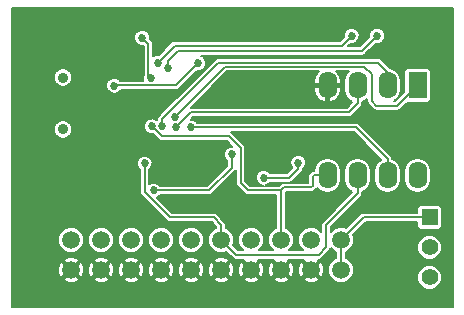
<source format=gbl>
G04 (created by PCBNEW (2013-07-07 BZR 4022)-stable) date 7/16/2015 11:13:14 AM*
%MOIN*%
G04 Gerber Fmt 3.4, Leading zero omitted, Abs format*
%FSLAX34Y34*%
G01*
G70*
G90*
G04 APERTURE LIST*
%ADD10C,0.00590551*%
%ADD11C,0.0354*%
%ADD12C,0.0593*%
%ADD13R,0.055X0.055*%
%ADD14C,0.055*%
%ADD15R,0.062X0.09*%
%ADD16O,0.062X0.09*%
%ADD17C,0.027*%
%ADD18C,0.006*%
G04 APERTURE END LIST*
G54D10*
G54D11*
X85985Y-65334D03*
X85985Y-67066D03*
G54D12*
X95250Y-70750D03*
X95250Y-71750D03*
X94250Y-70750D03*
X94250Y-71750D03*
X93250Y-70750D03*
X93250Y-71750D03*
X92250Y-70750D03*
X92250Y-71750D03*
X91250Y-70750D03*
X91250Y-71750D03*
X90250Y-70750D03*
X90250Y-71750D03*
X89250Y-70750D03*
X89250Y-71750D03*
X88250Y-70750D03*
X88250Y-71750D03*
X87250Y-70750D03*
X87250Y-71750D03*
X86250Y-70750D03*
X86250Y-71750D03*
G54D13*
X98200Y-70000D03*
G54D14*
X98200Y-71000D03*
X98200Y-72000D03*
G54D15*
X97800Y-65600D03*
G54D16*
X96800Y-65600D03*
X95800Y-65600D03*
X94800Y-65600D03*
X94800Y-68600D03*
X95800Y-68600D03*
X96800Y-68600D03*
X97800Y-68600D03*
G54D17*
X92675Y-68675D03*
X93825Y-68175D03*
X88620Y-64010D03*
X88910Y-65365D03*
X90495Y-64855D03*
X87685Y-65605D03*
X89720Y-66640D03*
X90250Y-67000D03*
X89750Y-67000D03*
X89280Y-66960D03*
X88940Y-66960D03*
X89000Y-69100D03*
X91600Y-67900D03*
X88700Y-68200D03*
X89750Y-69425D03*
X89850Y-68500D03*
X90800Y-68575D03*
X92800Y-69725D03*
X93700Y-69800D03*
X94750Y-69800D03*
X90875Y-69500D03*
X97900Y-66500D03*
X97875Y-67550D03*
X96200Y-67050D03*
X95975Y-70775D03*
X95350Y-70125D03*
X95950Y-69575D03*
X95325Y-69175D03*
X95250Y-67775D03*
X94200Y-67950D03*
X93950Y-68725D03*
X93525Y-67900D03*
X92400Y-67775D03*
X98750Y-67050D03*
X97200Y-70325D03*
X97150Y-69625D03*
X98575Y-69175D03*
X98750Y-68125D03*
X97775Y-70550D03*
X98750Y-70500D03*
X98700Y-71500D03*
X97625Y-71425D03*
X97075Y-72325D03*
X95800Y-72450D03*
X87000Y-67250D03*
X87950Y-66700D03*
X96200Y-64600D03*
X93250Y-63200D03*
X94550Y-63200D03*
X96050Y-63400D03*
X97000Y-63200D03*
X90616Y-63168D03*
X88088Y-63994D03*
X89244Y-63540D03*
X85324Y-63532D03*
X86550Y-69720D03*
X85040Y-69660D03*
X88066Y-68440D03*
X88106Y-69358D03*
X87820Y-69960D03*
X88940Y-69750D03*
X88730Y-70500D03*
X97070Y-67950D03*
X96978Y-67102D03*
X98704Y-65214D03*
X97950Y-64730D03*
X96920Y-64760D03*
X96130Y-66380D03*
X92750Y-66752D03*
X90784Y-66752D03*
X88886Y-66612D03*
X86990Y-65140D03*
X85950Y-67880D03*
X85940Y-64460D03*
X84796Y-67170D03*
X84780Y-65296D03*
X90588Y-66214D03*
X91092Y-65884D03*
X89550Y-66020D03*
X88850Y-66020D03*
X94975Y-66765D03*
X94295Y-66760D03*
X92785Y-65800D03*
X96450Y-63950D03*
X89475Y-65020D03*
X95600Y-63950D03*
X89145Y-64840D03*
G54D18*
X93825Y-68375D02*
X93825Y-68175D01*
X93525Y-68675D02*
X93825Y-68375D01*
X92675Y-68675D02*
X93525Y-68675D01*
X88620Y-64010D02*
X88830Y-64220D01*
X88830Y-64220D02*
X88830Y-65285D01*
X88830Y-65285D02*
X88910Y-65365D01*
X89750Y-65600D02*
X90495Y-64855D01*
X87690Y-65600D02*
X89750Y-65600D01*
X87685Y-65605D02*
X87690Y-65600D01*
X97120Y-66280D02*
X97800Y-65600D01*
X96430Y-66280D02*
X97120Y-66280D01*
X96280Y-66130D02*
X96430Y-66280D01*
X96280Y-65220D02*
X96280Y-66130D01*
X96030Y-64970D02*
X96280Y-65220D01*
X91390Y-64970D02*
X96030Y-64970D01*
X89720Y-66640D02*
X91390Y-64970D01*
X96800Y-68050D02*
X96800Y-68600D01*
X95750Y-67000D02*
X96800Y-68050D01*
X90250Y-67000D02*
X95750Y-67000D01*
X94750Y-66500D02*
X95500Y-66500D01*
X95800Y-66200D02*
X95800Y-65600D01*
X95500Y-66500D02*
X95800Y-66200D01*
X90250Y-66500D02*
X94750Y-66500D01*
X89750Y-67000D02*
X90250Y-66500D01*
X96465Y-64835D02*
X91165Y-64835D01*
X91165Y-64835D02*
X91150Y-64850D01*
X89280Y-66960D02*
X89280Y-66720D01*
X89280Y-66720D02*
X89400Y-66600D01*
X96800Y-65170D02*
X96800Y-65600D01*
X96465Y-64835D02*
X96800Y-65170D01*
X89400Y-66600D02*
X89500Y-66500D01*
X91150Y-64850D02*
X89500Y-66500D01*
X94800Y-68600D02*
X94350Y-68600D01*
X93350Y-69000D02*
X93250Y-69100D01*
X94250Y-69000D02*
X93350Y-69000D01*
X94300Y-68950D02*
X94250Y-69000D01*
X94300Y-68650D02*
X94300Y-68950D01*
X94350Y-68600D02*
X94300Y-68650D01*
X91900Y-67850D02*
X91900Y-68850D01*
X91900Y-68850D02*
X92150Y-69100D01*
X92150Y-69100D02*
X93250Y-69100D01*
X89280Y-67300D02*
X89380Y-67300D01*
X88940Y-66960D02*
X89280Y-67300D01*
X91900Y-67700D02*
X91500Y-67300D01*
X91500Y-67300D02*
X89380Y-67300D01*
X91900Y-67700D02*
X91900Y-67850D01*
X93250Y-70750D02*
X93250Y-69100D01*
X90400Y-69100D02*
X90840Y-69100D01*
X91600Y-68340D02*
X91600Y-67900D01*
X90840Y-69100D02*
X91600Y-68340D01*
X90400Y-69100D02*
X89000Y-69100D01*
X91250Y-70750D02*
X91750Y-71250D01*
X95800Y-69200D02*
X95800Y-68600D01*
X94750Y-70250D02*
X95800Y-69200D01*
X94750Y-71000D02*
X94750Y-70250D01*
X94500Y-71250D02*
X94750Y-71000D01*
X91750Y-71250D02*
X94500Y-71250D01*
X91250Y-70750D02*
X91250Y-70250D01*
X88700Y-69150D02*
X88700Y-68200D01*
X89550Y-70000D02*
X88700Y-69150D01*
X91000Y-70000D02*
X89550Y-70000D01*
X91250Y-70250D02*
X91000Y-70000D01*
X95250Y-71750D02*
X95250Y-70750D01*
X95250Y-70750D02*
X96000Y-70000D01*
X96000Y-70000D02*
X98200Y-70000D01*
X89825Y-69500D02*
X90875Y-69500D01*
X89750Y-69425D02*
X89825Y-69500D01*
X90725Y-68500D02*
X89850Y-68500D01*
X90800Y-68575D02*
X90725Y-68500D01*
X92575Y-69500D02*
X90875Y-69500D01*
X92800Y-69725D02*
X92575Y-69500D01*
X94750Y-69800D02*
X93700Y-69800D01*
X98177Y-66477D02*
X98750Y-67050D01*
X97922Y-66477D02*
X98177Y-66477D01*
X97900Y-66500D02*
X97922Y-66477D01*
X96700Y-67550D02*
X97875Y-67550D01*
X96200Y-67050D02*
X96700Y-67550D01*
X96425Y-70325D02*
X97200Y-70325D01*
X95975Y-70775D02*
X96425Y-70325D01*
X95400Y-70125D02*
X95350Y-70125D01*
X95950Y-69575D02*
X95400Y-70125D01*
X95325Y-67850D02*
X95325Y-69175D01*
X95250Y-67775D02*
X95325Y-67850D01*
X94200Y-68475D02*
X94200Y-67950D01*
X93950Y-68725D02*
X94200Y-68475D01*
X93450Y-67825D02*
X93525Y-67900D01*
X92450Y-67825D02*
X93450Y-67825D01*
X92400Y-67775D02*
X92450Y-67825D01*
X94250Y-71750D02*
X94275Y-71750D01*
X98750Y-68125D02*
X98750Y-67050D01*
X97150Y-69625D02*
X97275Y-69500D01*
X97275Y-69500D02*
X98250Y-69500D01*
X98250Y-69500D02*
X98575Y-69175D01*
X97550Y-70325D02*
X97200Y-70325D01*
X97775Y-70550D02*
X97550Y-70325D01*
X98750Y-71450D02*
X98750Y-70500D01*
X98700Y-71500D02*
X98750Y-71450D01*
X97625Y-71775D02*
X97625Y-71425D01*
X97075Y-72325D02*
X97625Y-71775D01*
X94975Y-72450D02*
X95800Y-72450D01*
X94275Y-71750D02*
X94975Y-72450D01*
X87400Y-67250D02*
X87000Y-67250D01*
X87950Y-66700D02*
X87400Y-67250D01*
X89550Y-66020D02*
X89780Y-66020D01*
X96150Y-64650D02*
X96200Y-64600D01*
X91150Y-64650D02*
X96150Y-64650D01*
X89780Y-66020D02*
X91150Y-64650D01*
X97950Y-64730D02*
X97950Y-63300D01*
X93218Y-63168D02*
X90616Y-63168D01*
X93250Y-63200D02*
X93218Y-63168D01*
X95850Y-63200D02*
X94550Y-63200D01*
X96050Y-63400D02*
X95850Y-63200D01*
X97850Y-63200D02*
X97000Y-63200D01*
X97950Y-63300D02*
X97850Y-63200D01*
X90244Y-63540D02*
X89244Y-63540D01*
X90616Y-63168D02*
X90244Y-63540D01*
X88096Y-63986D02*
X88096Y-63638D01*
X88088Y-63994D02*
X88096Y-63986D01*
X86990Y-64016D02*
X86990Y-65140D01*
X87368Y-63638D02*
X86990Y-64016D01*
X89146Y-63638D02*
X88096Y-63638D01*
X88096Y-63638D02*
X87368Y-63638D01*
X89244Y-63540D02*
X89146Y-63638D01*
X85940Y-64148D02*
X85940Y-64460D01*
X85324Y-63532D02*
X85940Y-64148D01*
X85100Y-69720D02*
X86550Y-69720D01*
X85040Y-69660D02*
X85100Y-69720D01*
X88066Y-68440D02*
X88036Y-68410D01*
X88036Y-68410D02*
X87712Y-68410D01*
X87712Y-68410D02*
X88106Y-68804D01*
X88106Y-68804D02*
X88106Y-69358D01*
X88780Y-71280D02*
X89250Y-71750D01*
X87820Y-69960D02*
X88030Y-69750D01*
X88030Y-69750D02*
X88940Y-69750D01*
X88730Y-70500D02*
X88780Y-70550D01*
X88780Y-70550D02*
X88780Y-71280D01*
X96130Y-66380D02*
X96256Y-66380D01*
X97920Y-67100D02*
X97980Y-67100D01*
X97070Y-67950D02*
X97920Y-67100D01*
X96256Y-66380D02*
X96978Y-67102D01*
X97980Y-67100D02*
X98704Y-66376D01*
X98704Y-66376D02*
X98704Y-65214D01*
X94975Y-66765D02*
X95745Y-66765D01*
X96950Y-64730D02*
X97950Y-64730D01*
X96920Y-64760D02*
X96950Y-64730D01*
X95745Y-66765D02*
X96130Y-66380D01*
X92722Y-66724D02*
X92750Y-66752D01*
X90812Y-66724D02*
X92722Y-66724D01*
X90784Y-66752D02*
X90812Y-66724D01*
X89550Y-66020D02*
X89550Y-66040D01*
X88978Y-66612D02*
X88886Y-66612D01*
X89550Y-66040D02*
X88978Y-66612D01*
X85940Y-64700D02*
X85940Y-64460D01*
X86380Y-65140D02*
X85940Y-64700D01*
X86990Y-65140D02*
X86380Y-65140D01*
X85690Y-67880D02*
X85950Y-67880D01*
X85580Y-67770D02*
X85690Y-67880D01*
X85580Y-64820D02*
X85580Y-67770D01*
X85940Y-64460D02*
X85580Y-64820D01*
X84796Y-65312D02*
X84796Y-67170D01*
X84780Y-65296D02*
X84796Y-65312D01*
X90762Y-66214D02*
X90588Y-66214D01*
X91092Y-65884D02*
X90762Y-66214D01*
X88850Y-66020D02*
X89550Y-66020D01*
X94300Y-66765D02*
X94975Y-66765D01*
X94295Y-66760D02*
X94300Y-66765D01*
X92785Y-65800D02*
X92985Y-65600D01*
X92985Y-65600D02*
X94800Y-65600D01*
X94800Y-64450D02*
X95950Y-64450D01*
X95950Y-64450D02*
X96450Y-63950D01*
X89475Y-65020D02*
X89475Y-64775D01*
X89475Y-64775D02*
X89800Y-64450D01*
X89800Y-64450D02*
X94800Y-64450D01*
X94900Y-64275D02*
X95275Y-64275D01*
X95275Y-64275D02*
X95600Y-63950D01*
X94900Y-64275D02*
X89710Y-64275D01*
X89710Y-64275D02*
X89145Y-64840D01*
G54D10*
G36*
X93090Y-70354D02*
X93008Y-70388D01*
X92888Y-70508D01*
X92823Y-70664D01*
X92823Y-70834D01*
X92888Y-70991D01*
X92986Y-71090D01*
X92513Y-71090D01*
X92611Y-70991D01*
X92676Y-70835D01*
X92676Y-70665D01*
X92611Y-70508D01*
X92491Y-70388D01*
X92335Y-70323D01*
X92165Y-70323D01*
X92008Y-70388D01*
X91888Y-70508D01*
X91823Y-70664D01*
X91823Y-70834D01*
X91888Y-70991D01*
X91986Y-71090D01*
X91816Y-71090D01*
X91642Y-70916D01*
X91676Y-70835D01*
X91676Y-70665D01*
X91611Y-70508D01*
X91491Y-70388D01*
X91410Y-70354D01*
X91410Y-70250D01*
X91397Y-70188D01*
X91363Y-70136D01*
X91363Y-70136D01*
X91113Y-69886D01*
X91061Y-69852D01*
X91000Y-69840D01*
X89616Y-69840D01*
X89115Y-69339D01*
X89149Y-69324D01*
X89214Y-69260D01*
X90400Y-69260D01*
X90840Y-69260D01*
X90901Y-69247D01*
X90901Y-69247D01*
X90953Y-69213D01*
X91713Y-68453D01*
X91713Y-68453D01*
X91740Y-68412D01*
X91740Y-68850D01*
X91752Y-68911D01*
X91786Y-68963D01*
X92036Y-69213D01*
X92036Y-69213D01*
X92088Y-69247D01*
X92150Y-69260D01*
X93090Y-69260D01*
X93090Y-70354D01*
X93090Y-70354D01*
G37*
G54D18*
X93090Y-70354D02*
X93008Y-70388D01*
X92888Y-70508D01*
X92823Y-70664D01*
X92823Y-70834D01*
X92888Y-70991D01*
X92986Y-71090D01*
X92513Y-71090D01*
X92611Y-70991D01*
X92676Y-70835D01*
X92676Y-70665D01*
X92611Y-70508D01*
X92491Y-70388D01*
X92335Y-70323D01*
X92165Y-70323D01*
X92008Y-70388D01*
X91888Y-70508D01*
X91823Y-70664D01*
X91823Y-70834D01*
X91888Y-70991D01*
X91986Y-71090D01*
X91816Y-71090D01*
X91642Y-70916D01*
X91676Y-70835D01*
X91676Y-70665D01*
X91611Y-70508D01*
X91491Y-70388D01*
X91410Y-70354D01*
X91410Y-70250D01*
X91397Y-70188D01*
X91363Y-70136D01*
X91363Y-70136D01*
X91113Y-69886D01*
X91061Y-69852D01*
X91000Y-69840D01*
X89616Y-69840D01*
X89115Y-69339D01*
X89149Y-69324D01*
X89214Y-69260D01*
X90400Y-69260D01*
X90840Y-69260D01*
X90901Y-69247D01*
X90901Y-69247D01*
X90953Y-69213D01*
X91713Y-68453D01*
X91713Y-68453D01*
X91740Y-68412D01*
X91740Y-68850D01*
X91752Y-68911D01*
X91786Y-68963D01*
X92036Y-69213D01*
X92036Y-69213D01*
X92088Y-69247D01*
X92150Y-69260D01*
X93090Y-69260D01*
X93090Y-70354D01*
G54D10*
G36*
X95622Y-66151D02*
X95433Y-66340D01*
X95240Y-66340D01*
X95240Y-65785D01*
X95240Y-65645D01*
X94845Y-65645D01*
X94845Y-66145D01*
X94912Y-66165D01*
X94926Y-66163D01*
X95079Y-66082D01*
X95189Y-65949D01*
X95240Y-65785D01*
X95240Y-66340D01*
X94755Y-66340D01*
X94755Y-66145D01*
X94755Y-65645D01*
X94360Y-65645D01*
X94360Y-65785D01*
X94410Y-65949D01*
X94520Y-66082D01*
X94673Y-66163D01*
X94687Y-66165D01*
X94755Y-66145D01*
X94755Y-66340D01*
X94750Y-66340D01*
X90250Y-66340D01*
X90245Y-66340D01*
X91456Y-65130D01*
X94509Y-65130D01*
X94410Y-65250D01*
X94360Y-65415D01*
X94360Y-65555D01*
X94755Y-65555D01*
X94755Y-65547D01*
X94845Y-65547D01*
X94845Y-65555D01*
X95240Y-65555D01*
X95240Y-65415D01*
X95189Y-65250D01*
X95090Y-65130D01*
X95500Y-65130D01*
X95488Y-65137D01*
X95393Y-65280D01*
X95360Y-65448D01*
X95360Y-65751D01*
X95393Y-65919D01*
X95488Y-66062D01*
X95622Y-66151D01*
X95622Y-66151D01*
G37*
G54D18*
X95622Y-66151D02*
X95433Y-66340D01*
X95240Y-66340D01*
X95240Y-65785D01*
X95240Y-65645D01*
X94845Y-65645D01*
X94845Y-66145D01*
X94912Y-66165D01*
X94926Y-66163D01*
X95079Y-66082D01*
X95189Y-65949D01*
X95240Y-65785D01*
X95240Y-66340D01*
X94755Y-66340D01*
X94755Y-66145D01*
X94755Y-65645D01*
X94360Y-65645D01*
X94360Y-65785D01*
X94410Y-65949D01*
X94520Y-66082D01*
X94673Y-66163D01*
X94687Y-66165D01*
X94755Y-66145D01*
X94755Y-66340D01*
X94750Y-66340D01*
X90250Y-66340D01*
X90245Y-66340D01*
X91456Y-65130D01*
X94509Y-65130D01*
X94410Y-65250D01*
X94360Y-65415D01*
X94360Y-65555D01*
X94755Y-65555D01*
X94755Y-65547D01*
X94845Y-65547D01*
X94845Y-65555D01*
X95240Y-65555D01*
X95240Y-65415D01*
X95189Y-65250D01*
X95090Y-65130D01*
X95500Y-65130D01*
X95488Y-65137D01*
X95393Y-65280D01*
X95360Y-65448D01*
X95360Y-65751D01*
X95393Y-65919D01*
X95488Y-66062D01*
X95622Y-66151D01*
G54D10*
G36*
X98970Y-72970D02*
X98605Y-72970D01*
X98605Y-71919D01*
X98605Y-70919D01*
X98605Y-70919D01*
X98605Y-70249D01*
X98605Y-69699D01*
X98585Y-69651D01*
X98548Y-69614D01*
X98500Y-69595D01*
X98449Y-69594D01*
X98240Y-69594D01*
X98240Y-68751D01*
X98240Y-68448D01*
X98206Y-68280D01*
X98111Y-68137D01*
X97968Y-68042D01*
X97800Y-68008D01*
X97631Y-68042D01*
X97488Y-68137D01*
X97393Y-68280D01*
X97360Y-68448D01*
X97360Y-68751D01*
X97393Y-68919D01*
X97488Y-69062D01*
X97631Y-69157D01*
X97800Y-69191D01*
X97968Y-69157D01*
X98111Y-69062D01*
X98206Y-68919D01*
X98240Y-68751D01*
X98240Y-69594D01*
X97899Y-69594D01*
X97851Y-69614D01*
X97814Y-69651D01*
X97795Y-69699D01*
X97794Y-69750D01*
X97794Y-69840D01*
X96000Y-69840D01*
X95938Y-69852D01*
X95886Y-69886D01*
X95416Y-70357D01*
X95335Y-70323D01*
X95165Y-70323D01*
X95008Y-70388D01*
X94910Y-70486D01*
X94910Y-70316D01*
X95913Y-69313D01*
X95913Y-69313D01*
X95947Y-69261D01*
X95959Y-69200D01*
X95960Y-69200D01*
X95960Y-69159D01*
X95968Y-69157D01*
X96111Y-69062D01*
X96206Y-68919D01*
X96240Y-68751D01*
X96240Y-68448D01*
X96206Y-68280D01*
X96111Y-68137D01*
X95968Y-68042D01*
X95800Y-68008D01*
X95631Y-68042D01*
X95488Y-68137D01*
X95393Y-68280D01*
X95360Y-68448D01*
X95360Y-68751D01*
X95393Y-68919D01*
X95488Y-69062D01*
X95622Y-69151D01*
X94636Y-70136D01*
X94602Y-70188D01*
X94590Y-70250D01*
X94590Y-70486D01*
X94491Y-70388D01*
X94335Y-70323D01*
X94165Y-70323D01*
X94008Y-70388D01*
X93888Y-70508D01*
X93823Y-70664D01*
X93823Y-70834D01*
X93888Y-70991D01*
X93986Y-71090D01*
X93513Y-71090D01*
X93611Y-70991D01*
X93676Y-70835D01*
X93676Y-70665D01*
X93611Y-70508D01*
X93491Y-70388D01*
X93410Y-70354D01*
X93410Y-69166D01*
X93416Y-69160D01*
X94250Y-69160D01*
X94311Y-69147D01*
X94311Y-69147D01*
X94363Y-69113D01*
X94413Y-69063D01*
X94447Y-69011D01*
X94449Y-69003D01*
X94488Y-69062D01*
X94631Y-69157D01*
X94800Y-69191D01*
X94968Y-69157D01*
X95111Y-69062D01*
X95206Y-68919D01*
X95240Y-68751D01*
X95240Y-68448D01*
X95206Y-68280D01*
X95111Y-68137D01*
X94968Y-68042D01*
X94800Y-68008D01*
X94631Y-68042D01*
X94488Y-68137D01*
X94393Y-68280D01*
X94361Y-68440D01*
X94350Y-68440D01*
X94288Y-68452D01*
X94236Y-68486D01*
X94186Y-68536D01*
X94152Y-68588D01*
X94140Y-68650D01*
X94140Y-68840D01*
X93350Y-68840D01*
X93288Y-68852D01*
X93236Y-68886D01*
X93183Y-68940D01*
X92727Y-68940D01*
X92824Y-68899D01*
X92889Y-68835D01*
X93525Y-68835D01*
X93586Y-68822D01*
X93586Y-68822D01*
X93638Y-68788D01*
X93938Y-68488D01*
X93938Y-68488D01*
X93972Y-68436D01*
X93981Y-68393D01*
X93981Y-68393D01*
X94049Y-68325D01*
X94089Y-68227D01*
X94090Y-68122D01*
X94049Y-68025D01*
X93975Y-67950D01*
X93877Y-67910D01*
X93772Y-67909D01*
X93675Y-67950D01*
X93600Y-68024D01*
X93560Y-68122D01*
X93559Y-68227D01*
X93600Y-68324D01*
X93624Y-68349D01*
X93458Y-68515D01*
X92889Y-68515D01*
X92825Y-68450D01*
X92727Y-68410D01*
X92622Y-68409D01*
X92525Y-68450D01*
X92450Y-68524D01*
X92410Y-68622D01*
X92409Y-68727D01*
X92450Y-68824D01*
X92524Y-68899D01*
X92622Y-68939D01*
X92674Y-68940D01*
X92216Y-68940D01*
X92060Y-68783D01*
X92060Y-67850D01*
X92060Y-67700D01*
X92059Y-67699D01*
X92047Y-67638D01*
X92013Y-67586D01*
X92013Y-67586D01*
X91613Y-67186D01*
X91572Y-67160D01*
X95683Y-67160D01*
X96592Y-68068D01*
X96488Y-68137D01*
X96393Y-68280D01*
X96360Y-68448D01*
X96360Y-68751D01*
X96393Y-68919D01*
X96488Y-69062D01*
X96631Y-69157D01*
X96800Y-69191D01*
X96968Y-69157D01*
X97111Y-69062D01*
X97206Y-68919D01*
X97240Y-68751D01*
X97240Y-68448D01*
X97206Y-68280D01*
X97111Y-68137D01*
X96968Y-68042D01*
X96958Y-68040D01*
X96947Y-67988D01*
X96913Y-67936D01*
X96913Y-67936D01*
X95863Y-66886D01*
X95811Y-66852D01*
X95750Y-66840D01*
X90464Y-66840D01*
X90400Y-66775D01*
X90302Y-66735D01*
X90241Y-66734D01*
X90316Y-66660D01*
X94750Y-66660D01*
X95500Y-66660D01*
X95561Y-66647D01*
X95561Y-66647D01*
X95613Y-66613D01*
X95913Y-66313D01*
X95913Y-66313D01*
X95947Y-66261D01*
X95959Y-66200D01*
X95960Y-66200D01*
X95960Y-66159D01*
X95968Y-66157D01*
X96111Y-66062D01*
X96120Y-66049D01*
X96120Y-66130D01*
X96132Y-66191D01*
X96166Y-66243D01*
X96316Y-66393D01*
X96368Y-66427D01*
X96430Y-66440D01*
X97120Y-66440D01*
X97181Y-66427D01*
X97181Y-66427D01*
X97233Y-66393D01*
X97451Y-66174D01*
X97464Y-66179D01*
X97515Y-66180D01*
X98135Y-66180D01*
X98183Y-66160D01*
X98220Y-66123D01*
X98239Y-66075D01*
X98240Y-66024D01*
X98240Y-65124D01*
X98220Y-65076D01*
X98183Y-65039D01*
X98135Y-65020D01*
X98084Y-65019D01*
X97464Y-65019D01*
X97416Y-65039D01*
X97379Y-65076D01*
X97360Y-65124D01*
X97359Y-65175D01*
X97359Y-65813D01*
X97053Y-66120D01*
X97025Y-66120D01*
X97111Y-66062D01*
X97206Y-65919D01*
X97240Y-65751D01*
X97240Y-65448D01*
X97206Y-65280D01*
X97111Y-65137D01*
X96968Y-65042D01*
X96881Y-65024D01*
X96715Y-64858D01*
X96715Y-63897D01*
X96674Y-63800D01*
X96600Y-63725D01*
X96502Y-63685D01*
X96397Y-63684D01*
X96300Y-63725D01*
X96225Y-63799D01*
X96185Y-63897D01*
X96184Y-63988D01*
X95883Y-64290D01*
X95486Y-64290D01*
X95561Y-64214D01*
X95652Y-64215D01*
X95749Y-64174D01*
X95824Y-64100D01*
X95864Y-64002D01*
X95865Y-63897D01*
X95824Y-63800D01*
X95750Y-63725D01*
X95652Y-63685D01*
X95547Y-63684D01*
X95450Y-63725D01*
X95375Y-63799D01*
X95335Y-63897D01*
X95334Y-63988D01*
X95208Y-64115D01*
X94900Y-64115D01*
X89710Y-64115D01*
X89648Y-64127D01*
X89596Y-64161D01*
X89183Y-64575D01*
X89092Y-64574D01*
X88995Y-64615D01*
X88990Y-64620D01*
X88990Y-64220D01*
X88977Y-64158D01*
X88943Y-64106D01*
X88943Y-64106D01*
X88884Y-64048D01*
X88885Y-63957D01*
X88844Y-63860D01*
X88770Y-63785D01*
X88672Y-63745D01*
X88567Y-63744D01*
X88470Y-63785D01*
X88395Y-63859D01*
X88355Y-63957D01*
X88354Y-64062D01*
X88395Y-64159D01*
X88469Y-64234D01*
X88567Y-64274D01*
X88658Y-64275D01*
X88670Y-64286D01*
X88670Y-65251D01*
X88645Y-65312D01*
X88644Y-65417D01*
X88654Y-65440D01*
X87894Y-65440D01*
X87835Y-65380D01*
X87737Y-65340D01*
X87632Y-65339D01*
X87535Y-65380D01*
X87460Y-65454D01*
X87420Y-65552D01*
X87419Y-65657D01*
X87460Y-65754D01*
X87534Y-65829D01*
X87632Y-65869D01*
X87737Y-65870D01*
X87834Y-65829D01*
X87904Y-65760D01*
X89750Y-65760D01*
X89811Y-65747D01*
X89811Y-65747D01*
X89863Y-65713D01*
X90456Y-65119D01*
X90547Y-65120D01*
X90644Y-65079D01*
X90719Y-65005D01*
X90759Y-64907D01*
X90760Y-64802D01*
X90719Y-64705D01*
X90645Y-64630D01*
X90595Y-64610D01*
X94800Y-64610D01*
X95950Y-64610D01*
X96011Y-64597D01*
X96011Y-64597D01*
X96063Y-64563D01*
X96411Y-64214D01*
X96502Y-64215D01*
X96599Y-64174D01*
X96674Y-64100D01*
X96714Y-64002D01*
X96715Y-63897D01*
X96715Y-64858D01*
X96578Y-64721D01*
X96526Y-64687D01*
X96465Y-64675D01*
X91165Y-64675D01*
X91103Y-64687D01*
X91051Y-64721D01*
X91036Y-64736D01*
X89386Y-66386D01*
X89286Y-66486D01*
X89166Y-66606D01*
X89132Y-66658D01*
X89120Y-66720D01*
X89120Y-66745D01*
X89110Y-66755D01*
X89090Y-66735D01*
X88992Y-66695D01*
X88887Y-66694D01*
X88790Y-66735D01*
X88715Y-66809D01*
X88675Y-66907D01*
X88674Y-67012D01*
X88715Y-67109D01*
X88789Y-67184D01*
X88887Y-67224D01*
X88978Y-67225D01*
X89166Y-67413D01*
X89166Y-67413D01*
X89218Y-67447D01*
X89279Y-67459D01*
X89280Y-67460D01*
X89380Y-67460D01*
X91433Y-67460D01*
X91608Y-67635D01*
X91547Y-67634D01*
X91450Y-67675D01*
X91375Y-67749D01*
X91335Y-67847D01*
X91334Y-67952D01*
X91375Y-68049D01*
X91440Y-68114D01*
X91440Y-68273D01*
X90773Y-68940D01*
X90400Y-68940D01*
X89214Y-68940D01*
X89150Y-68875D01*
X89052Y-68835D01*
X88947Y-68834D01*
X88860Y-68871D01*
X88860Y-68414D01*
X88924Y-68350D01*
X88964Y-68252D01*
X88965Y-68147D01*
X88924Y-68050D01*
X88850Y-67975D01*
X88752Y-67935D01*
X88647Y-67934D01*
X88550Y-67975D01*
X88475Y-68049D01*
X88435Y-68147D01*
X88434Y-68252D01*
X88475Y-68349D01*
X88540Y-68414D01*
X88540Y-69150D01*
X88552Y-69211D01*
X88586Y-69263D01*
X89436Y-70113D01*
X89488Y-70147D01*
X89550Y-70160D01*
X90933Y-70160D01*
X91090Y-70316D01*
X91090Y-70354D01*
X91008Y-70388D01*
X90888Y-70508D01*
X90823Y-70664D01*
X90823Y-70834D01*
X90888Y-70991D01*
X91008Y-71111D01*
X91164Y-71176D01*
X91334Y-71176D01*
X91416Y-71142D01*
X91636Y-71363D01*
X91688Y-71397D01*
X91750Y-71410D01*
X92012Y-71410D01*
X91999Y-71435D01*
X92250Y-71686D01*
X92500Y-71435D01*
X92487Y-71410D01*
X93012Y-71410D01*
X92999Y-71435D01*
X93250Y-71686D01*
X93500Y-71435D01*
X93487Y-71410D01*
X94012Y-71410D01*
X93999Y-71435D01*
X94250Y-71686D01*
X94500Y-71435D01*
X94487Y-71410D01*
X94500Y-71410D01*
X94561Y-71397D01*
X94561Y-71397D01*
X94613Y-71363D01*
X94863Y-71113D01*
X94863Y-71113D01*
X94897Y-71061D01*
X94907Y-71010D01*
X95008Y-71111D01*
X95090Y-71145D01*
X95090Y-71354D01*
X95008Y-71388D01*
X94888Y-71508D01*
X94823Y-71664D01*
X94823Y-71834D01*
X94888Y-71991D01*
X95008Y-72111D01*
X95164Y-72176D01*
X95334Y-72176D01*
X95491Y-72111D01*
X95611Y-71991D01*
X95676Y-71835D01*
X95676Y-71665D01*
X95611Y-71508D01*
X95491Y-71388D01*
X95410Y-71354D01*
X95410Y-71145D01*
X95491Y-71111D01*
X95611Y-70991D01*
X95676Y-70835D01*
X95676Y-70665D01*
X95642Y-70583D01*
X96066Y-70160D01*
X97794Y-70160D01*
X97794Y-70300D01*
X97814Y-70348D01*
X97851Y-70385D01*
X97899Y-70404D01*
X97950Y-70405D01*
X98500Y-70405D01*
X98548Y-70385D01*
X98585Y-70348D01*
X98604Y-70300D01*
X98605Y-70249D01*
X98605Y-70919D01*
X98543Y-70770D01*
X98429Y-70656D01*
X98280Y-70595D01*
X98119Y-70594D01*
X97970Y-70656D01*
X97856Y-70770D01*
X97795Y-70919D01*
X97794Y-71080D01*
X97856Y-71229D01*
X97970Y-71343D01*
X98119Y-71404D01*
X98280Y-71405D01*
X98429Y-71343D01*
X98543Y-71229D01*
X98604Y-71080D01*
X98605Y-70919D01*
X98605Y-71919D01*
X98543Y-71770D01*
X98429Y-71656D01*
X98280Y-71595D01*
X98119Y-71594D01*
X97970Y-71656D01*
X97856Y-71770D01*
X97795Y-71919D01*
X97794Y-72080D01*
X97856Y-72229D01*
X97970Y-72343D01*
X98119Y-72404D01*
X98280Y-72405D01*
X98429Y-72343D01*
X98543Y-72229D01*
X98604Y-72080D01*
X98605Y-71919D01*
X98605Y-72970D01*
X94681Y-72970D01*
X94681Y-71807D01*
X94670Y-71637D01*
X94626Y-71532D01*
X94564Y-71499D01*
X94313Y-71750D01*
X94564Y-72000D01*
X94626Y-71967D01*
X94681Y-71807D01*
X94681Y-72970D01*
X94500Y-72970D01*
X94500Y-72064D01*
X94250Y-71813D01*
X94186Y-71877D01*
X94186Y-71750D01*
X93935Y-71499D01*
X93873Y-71532D01*
X93818Y-71692D01*
X93829Y-71862D01*
X93873Y-71967D01*
X93935Y-72000D01*
X94186Y-71750D01*
X94186Y-71877D01*
X93999Y-72064D01*
X94032Y-72126D01*
X94192Y-72181D01*
X94362Y-72170D01*
X94467Y-72126D01*
X94500Y-72064D01*
X94500Y-72970D01*
X93681Y-72970D01*
X93681Y-71807D01*
X93670Y-71637D01*
X93626Y-71532D01*
X93564Y-71499D01*
X93313Y-71750D01*
X93564Y-72000D01*
X93626Y-71967D01*
X93681Y-71807D01*
X93681Y-72970D01*
X93500Y-72970D01*
X93500Y-72064D01*
X93250Y-71813D01*
X93186Y-71877D01*
X93186Y-71750D01*
X92935Y-71499D01*
X92873Y-71532D01*
X92818Y-71692D01*
X92829Y-71862D01*
X92873Y-71967D01*
X92935Y-72000D01*
X93186Y-71750D01*
X93186Y-71877D01*
X92999Y-72064D01*
X93032Y-72126D01*
X93192Y-72181D01*
X93362Y-72170D01*
X93467Y-72126D01*
X93500Y-72064D01*
X93500Y-72970D01*
X92681Y-72970D01*
X92681Y-71807D01*
X92670Y-71637D01*
X92626Y-71532D01*
X92564Y-71499D01*
X92313Y-71750D01*
X92564Y-72000D01*
X92626Y-71967D01*
X92681Y-71807D01*
X92681Y-72970D01*
X92500Y-72970D01*
X92500Y-72064D01*
X92250Y-71813D01*
X92186Y-71877D01*
X92186Y-71750D01*
X91935Y-71499D01*
X91873Y-71532D01*
X91818Y-71692D01*
X91829Y-71862D01*
X91873Y-71967D01*
X91935Y-72000D01*
X92186Y-71750D01*
X92186Y-71877D01*
X91999Y-72064D01*
X92032Y-72126D01*
X92192Y-72181D01*
X92362Y-72170D01*
X92467Y-72126D01*
X92500Y-72064D01*
X92500Y-72970D01*
X91681Y-72970D01*
X91681Y-71807D01*
X91670Y-71637D01*
X91626Y-71532D01*
X91564Y-71499D01*
X91500Y-71562D01*
X91500Y-71435D01*
X91467Y-71373D01*
X91307Y-71318D01*
X91137Y-71329D01*
X91032Y-71373D01*
X90999Y-71435D01*
X91250Y-71686D01*
X91500Y-71435D01*
X91500Y-71562D01*
X91313Y-71750D01*
X91564Y-72000D01*
X91626Y-71967D01*
X91681Y-71807D01*
X91681Y-72970D01*
X91500Y-72970D01*
X91500Y-72064D01*
X91250Y-71813D01*
X91186Y-71877D01*
X91186Y-71750D01*
X90935Y-71499D01*
X90873Y-71532D01*
X90818Y-71692D01*
X90829Y-71862D01*
X90873Y-71967D01*
X90935Y-72000D01*
X91186Y-71750D01*
X91186Y-71877D01*
X90999Y-72064D01*
X91032Y-72126D01*
X91192Y-72181D01*
X91362Y-72170D01*
X91467Y-72126D01*
X91500Y-72064D01*
X91500Y-72970D01*
X90681Y-72970D01*
X90681Y-71807D01*
X90676Y-71737D01*
X90676Y-70665D01*
X90611Y-70508D01*
X90491Y-70388D01*
X90335Y-70323D01*
X90165Y-70323D01*
X90008Y-70388D01*
X89888Y-70508D01*
X89823Y-70664D01*
X89823Y-70834D01*
X89888Y-70991D01*
X90008Y-71111D01*
X90164Y-71176D01*
X90334Y-71176D01*
X90491Y-71111D01*
X90611Y-70991D01*
X90676Y-70835D01*
X90676Y-70665D01*
X90676Y-71737D01*
X90670Y-71637D01*
X90626Y-71532D01*
X90564Y-71499D01*
X90500Y-71562D01*
X90500Y-71435D01*
X90467Y-71373D01*
X90307Y-71318D01*
X90137Y-71329D01*
X90032Y-71373D01*
X89999Y-71435D01*
X90250Y-71686D01*
X90500Y-71435D01*
X90500Y-71562D01*
X90313Y-71750D01*
X90564Y-72000D01*
X90626Y-71967D01*
X90681Y-71807D01*
X90681Y-72970D01*
X90500Y-72970D01*
X90500Y-72064D01*
X90250Y-71813D01*
X90186Y-71877D01*
X90186Y-71750D01*
X89935Y-71499D01*
X89873Y-71532D01*
X89818Y-71692D01*
X89829Y-71862D01*
X89873Y-71967D01*
X89935Y-72000D01*
X90186Y-71750D01*
X90186Y-71877D01*
X89999Y-72064D01*
X90032Y-72126D01*
X90192Y-72181D01*
X90362Y-72170D01*
X90467Y-72126D01*
X90500Y-72064D01*
X90500Y-72970D01*
X89681Y-72970D01*
X89681Y-71807D01*
X89676Y-71737D01*
X89676Y-70665D01*
X89611Y-70508D01*
X89491Y-70388D01*
X89335Y-70323D01*
X89165Y-70323D01*
X89008Y-70388D01*
X88888Y-70508D01*
X88823Y-70664D01*
X88823Y-70834D01*
X88888Y-70991D01*
X89008Y-71111D01*
X89164Y-71176D01*
X89334Y-71176D01*
X89491Y-71111D01*
X89611Y-70991D01*
X89676Y-70835D01*
X89676Y-70665D01*
X89676Y-71737D01*
X89670Y-71637D01*
X89626Y-71532D01*
X89564Y-71499D01*
X89500Y-71562D01*
X89500Y-71435D01*
X89467Y-71373D01*
X89307Y-71318D01*
X89137Y-71329D01*
X89032Y-71373D01*
X88999Y-71435D01*
X89250Y-71686D01*
X89500Y-71435D01*
X89500Y-71562D01*
X89313Y-71750D01*
X89564Y-72000D01*
X89626Y-71967D01*
X89681Y-71807D01*
X89681Y-72970D01*
X89500Y-72970D01*
X89500Y-72064D01*
X89250Y-71813D01*
X89186Y-71877D01*
X89186Y-71750D01*
X88935Y-71499D01*
X88873Y-71532D01*
X88818Y-71692D01*
X88829Y-71862D01*
X88873Y-71967D01*
X88935Y-72000D01*
X89186Y-71750D01*
X89186Y-71877D01*
X88999Y-72064D01*
X89032Y-72126D01*
X89192Y-72181D01*
X89362Y-72170D01*
X89467Y-72126D01*
X89500Y-72064D01*
X89500Y-72970D01*
X88681Y-72970D01*
X88681Y-71807D01*
X88676Y-71737D01*
X88676Y-70665D01*
X88611Y-70508D01*
X88491Y-70388D01*
X88335Y-70323D01*
X88165Y-70323D01*
X88008Y-70388D01*
X87888Y-70508D01*
X87823Y-70664D01*
X87823Y-70834D01*
X87888Y-70991D01*
X88008Y-71111D01*
X88164Y-71176D01*
X88334Y-71176D01*
X88491Y-71111D01*
X88611Y-70991D01*
X88676Y-70835D01*
X88676Y-70665D01*
X88676Y-71737D01*
X88670Y-71637D01*
X88626Y-71532D01*
X88564Y-71499D01*
X88500Y-71562D01*
X88500Y-71435D01*
X88467Y-71373D01*
X88307Y-71318D01*
X88137Y-71329D01*
X88032Y-71373D01*
X87999Y-71435D01*
X88250Y-71686D01*
X88500Y-71435D01*
X88500Y-71562D01*
X88313Y-71750D01*
X88564Y-72000D01*
X88626Y-71967D01*
X88681Y-71807D01*
X88681Y-72970D01*
X88500Y-72970D01*
X88500Y-72064D01*
X88250Y-71813D01*
X88186Y-71877D01*
X88186Y-71750D01*
X87935Y-71499D01*
X87873Y-71532D01*
X87818Y-71692D01*
X87829Y-71862D01*
X87873Y-71967D01*
X87935Y-72000D01*
X88186Y-71750D01*
X88186Y-71877D01*
X87999Y-72064D01*
X88032Y-72126D01*
X88192Y-72181D01*
X88362Y-72170D01*
X88467Y-72126D01*
X88500Y-72064D01*
X88500Y-72970D01*
X87681Y-72970D01*
X87681Y-71807D01*
X87676Y-71737D01*
X87676Y-70665D01*
X87611Y-70508D01*
X87491Y-70388D01*
X87335Y-70323D01*
X87165Y-70323D01*
X87008Y-70388D01*
X86888Y-70508D01*
X86823Y-70664D01*
X86823Y-70834D01*
X86888Y-70991D01*
X87008Y-71111D01*
X87164Y-71176D01*
X87334Y-71176D01*
X87491Y-71111D01*
X87611Y-70991D01*
X87676Y-70835D01*
X87676Y-70665D01*
X87676Y-71737D01*
X87670Y-71637D01*
X87626Y-71532D01*
X87564Y-71499D01*
X87500Y-71562D01*
X87500Y-71435D01*
X87467Y-71373D01*
X87307Y-71318D01*
X87137Y-71329D01*
X87032Y-71373D01*
X86999Y-71435D01*
X87250Y-71686D01*
X87500Y-71435D01*
X87500Y-71562D01*
X87313Y-71750D01*
X87564Y-72000D01*
X87626Y-71967D01*
X87681Y-71807D01*
X87681Y-72970D01*
X87500Y-72970D01*
X87500Y-72064D01*
X87250Y-71813D01*
X87186Y-71877D01*
X87186Y-71750D01*
X86935Y-71499D01*
X86873Y-71532D01*
X86818Y-71692D01*
X86829Y-71862D01*
X86873Y-71967D01*
X86935Y-72000D01*
X87186Y-71750D01*
X87186Y-71877D01*
X86999Y-72064D01*
X87032Y-72126D01*
X87192Y-72181D01*
X87362Y-72170D01*
X87467Y-72126D01*
X87500Y-72064D01*
X87500Y-72970D01*
X86681Y-72970D01*
X86681Y-71807D01*
X86676Y-71737D01*
X86676Y-70665D01*
X86611Y-70508D01*
X86491Y-70388D01*
X86335Y-70323D01*
X86292Y-70323D01*
X86292Y-67005D01*
X86292Y-65273D01*
X86245Y-65160D01*
X86159Y-65073D01*
X86046Y-65027D01*
X85924Y-65026D01*
X85811Y-65073D01*
X85724Y-65159D01*
X85678Y-65272D01*
X85677Y-65394D01*
X85724Y-65507D01*
X85810Y-65594D01*
X85923Y-65640D01*
X86045Y-65641D01*
X86158Y-65594D01*
X86245Y-65508D01*
X86291Y-65395D01*
X86292Y-65273D01*
X86292Y-67005D01*
X86245Y-66892D01*
X86159Y-66805D01*
X86046Y-66759D01*
X85924Y-66758D01*
X85811Y-66805D01*
X85724Y-66891D01*
X85678Y-67004D01*
X85677Y-67126D01*
X85724Y-67239D01*
X85810Y-67326D01*
X85923Y-67372D01*
X86045Y-67373D01*
X86158Y-67326D01*
X86245Y-67240D01*
X86291Y-67127D01*
X86292Y-67005D01*
X86292Y-70323D01*
X86165Y-70323D01*
X86008Y-70388D01*
X85888Y-70508D01*
X85823Y-70664D01*
X85823Y-70834D01*
X85888Y-70991D01*
X86008Y-71111D01*
X86164Y-71176D01*
X86334Y-71176D01*
X86491Y-71111D01*
X86611Y-70991D01*
X86676Y-70835D01*
X86676Y-70665D01*
X86676Y-71737D01*
X86670Y-71637D01*
X86626Y-71532D01*
X86564Y-71499D01*
X86500Y-71562D01*
X86500Y-71435D01*
X86467Y-71373D01*
X86307Y-71318D01*
X86137Y-71329D01*
X86032Y-71373D01*
X85999Y-71435D01*
X86250Y-71686D01*
X86500Y-71435D01*
X86500Y-71562D01*
X86313Y-71750D01*
X86564Y-72000D01*
X86626Y-71967D01*
X86681Y-71807D01*
X86681Y-72970D01*
X86500Y-72970D01*
X86500Y-72064D01*
X86250Y-71813D01*
X86186Y-71877D01*
X86186Y-71750D01*
X85935Y-71499D01*
X85873Y-71532D01*
X85818Y-71692D01*
X85829Y-71862D01*
X85873Y-71967D01*
X85935Y-72000D01*
X86186Y-71750D01*
X86186Y-71877D01*
X85999Y-72064D01*
X86032Y-72126D01*
X86192Y-72181D01*
X86362Y-72170D01*
X86467Y-72126D01*
X86500Y-72064D01*
X86500Y-72970D01*
X84280Y-72970D01*
X84280Y-63030D01*
X98970Y-63030D01*
X98970Y-72970D01*
X98970Y-72970D01*
G37*
G54D18*
X98970Y-72970D02*
X98605Y-72970D01*
X98605Y-71919D01*
X98605Y-70919D01*
X98605Y-70919D01*
X98605Y-70249D01*
X98605Y-69699D01*
X98585Y-69651D01*
X98548Y-69614D01*
X98500Y-69595D01*
X98449Y-69594D01*
X98240Y-69594D01*
X98240Y-68751D01*
X98240Y-68448D01*
X98206Y-68280D01*
X98111Y-68137D01*
X97968Y-68042D01*
X97800Y-68008D01*
X97631Y-68042D01*
X97488Y-68137D01*
X97393Y-68280D01*
X97360Y-68448D01*
X97360Y-68751D01*
X97393Y-68919D01*
X97488Y-69062D01*
X97631Y-69157D01*
X97800Y-69191D01*
X97968Y-69157D01*
X98111Y-69062D01*
X98206Y-68919D01*
X98240Y-68751D01*
X98240Y-69594D01*
X97899Y-69594D01*
X97851Y-69614D01*
X97814Y-69651D01*
X97795Y-69699D01*
X97794Y-69750D01*
X97794Y-69840D01*
X96000Y-69840D01*
X95938Y-69852D01*
X95886Y-69886D01*
X95416Y-70357D01*
X95335Y-70323D01*
X95165Y-70323D01*
X95008Y-70388D01*
X94910Y-70486D01*
X94910Y-70316D01*
X95913Y-69313D01*
X95913Y-69313D01*
X95947Y-69261D01*
X95959Y-69200D01*
X95960Y-69200D01*
X95960Y-69159D01*
X95968Y-69157D01*
X96111Y-69062D01*
X96206Y-68919D01*
X96240Y-68751D01*
X96240Y-68448D01*
X96206Y-68280D01*
X96111Y-68137D01*
X95968Y-68042D01*
X95800Y-68008D01*
X95631Y-68042D01*
X95488Y-68137D01*
X95393Y-68280D01*
X95360Y-68448D01*
X95360Y-68751D01*
X95393Y-68919D01*
X95488Y-69062D01*
X95622Y-69151D01*
X94636Y-70136D01*
X94602Y-70188D01*
X94590Y-70250D01*
X94590Y-70486D01*
X94491Y-70388D01*
X94335Y-70323D01*
X94165Y-70323D01*
X94008Y-70388D01*
X93888Y-70508D01*
X93823Y-70664D01*
X93823Y-70834D01*
X93888Y-70991D01*
X93986Y-71090D01*
X93513Y-71090D01*
X93611Y-70991D01*
X93676Y-70835D01*
X93676Y-70665D01*
X93611Y-70508D01*
X93491Y-70388D01*
X93410Y-70354D01*
X93410Y-69166D01*
X93416Y-69160D01*
X94250Y-69160D01*
X94311Y-69147D01*
X94311Y-69147D01*
X94363Y-69113D01*
X94413Y-69063D01*
X94447Y-69011D01*
X94449Y-69003D01*
X94488Y-69062D01*
X94631Y-69157D01*
X94800Y-69191D01*
X94968Y-69157D01*
X95111Y-69062D01*
X95206Y-68919D01*
X95240Y-68751D01*
X95240Y-68448D01*
X95206Y-68280D01*
X95111Y-68137D01*
X94968Y-68042D01*
X94800Y-68008D01*
X94631Y-68042D01*
X94488Y-68137D01*
X94393Y-68280D01*
X94361Y-68440D01*
X94350Y-68440D01*
X94288Y-68452D01*
X94236Y-68486D01*
X94186Y-68536D01*
X94152Y-68588D01*
X94140Y-68650D01*
X94140Y-68840D01*
X93350Y-68840D01*
X93288Y-68852D01*
X93236Y-68886D01*
X93183Y-68940D01*
X92727Y-68940D01*
X92824Y-68899D01*
X92889Y-68835D01*
X93525Y-68835D01*
X93586Y-68822D01*
X93586Y-68822D01*
X93638Y-68788D01*
X93938Y-68488D01*
X93938Y-68488D01*
X93972Y-68436D01*
X93981Y-68393D01*
X93981Y-68393D01*
X94049Y-68325D01*
X94089Y-68227D01*
X94090Y-68122D01*
X94049Y-68025D01*
X93975Y-67950D01*
X93877Y-67910D01*
X93772Y-67909D01*
X93675Y-67950D01*
X93600Y-68024D01*
X93560Y-68122D01*
X93559Y-68227D01*
X93600Y-68324D01*
X93624Y-68349D01*
X93458Y-68515D01*
X92889Y-68515D01*
X92825Y-68450D01*
X92727Y-68410D01*
X92622Y-68409D01*
X92525Y-68450D01*
X92450Y-68524D01*
X92410Y-68622D01*
X92409Y-68727D01*
X92450Y-68824D01*
X92524Y-68899D01*
X92622Y-68939D01*
X92674Y-68940D01*
X92216Y-68940D01*
X92060Y-68783D01*
X92060Y-67850D01*
X92060Y-67700D01*
X92059Y-67699D01*
X92047Y-67638D01*
X92013Y-67586D01*
X92013Y-67586D01*
X91613Y-67186D01*
X91572Y-67160D01*
X95683Y-67160D01*
X96592Y-68068D01*
X96488Y-68137D01*
X96393Y-68280D01*
X96360Y-68448D01*
X96360Y-68751D01*
X96393Y-68919D01*
X96488Y-69062D01*
X96631Y-69157D01*
X96800Y-69191D01*
X96968Y-69157D01*
X97111Y-69062D01*
X97206Y-68919D01*
X97240Y-68751D01*
X97240Y-68448D01*
X97206Y-68280D01*
X97111Y-68137D01*
X96968Y-68042D01*
X96958Y-68040D01*
X96947Y-67988D01*
X96913Y-67936D01*
X96913Y-67936D01*
X95863Y-66886D01*
X95811Y-66852D01*
X95750Y-66840D01*
X90464Y-66840D01*
X90400Y-66775D01*
X90302Y-66735D01*
X90241Y-66734D01*
X90316Y-66660D01*
X94750Y-66660D01*
X95500Y-66660D01*
X95561Y-66647D01*
X95561Y-66647D01*
X95613Y-66613D01*
X95913Y-66313D01*
X95913Y-66313D01*
X95947Y-66261D01*
X95959Y-66200D01*
X95960Y-66200D01*
X95960Y-66159D01*
X95968Y-66157D01*
X96111Y-66062D01*
X96120Y-66049D01*
X96120Y-66130D01*
X96132Y-66191D01*
X96166Y-66243D01*
X96316Y-66393D01*
X96368Y-66427D01*
X96430Y-66440D01*
X97120Y-66440D01*
X97181Y-66427D01*
X97181Y-66427D01*
X97233Y-66393D01*
X97451Y-66174D01*
X97464Y-66179D01*
X97515Y-66180D01*
X98135Y-66180D01*
X98183Y-66160D01*
X98220Y-66123D01*
X98239Y-66075D01*
X98240Y-66024D01*
X98240Y-65124D01*
X98220Y-65076D01*
X98183Y-65039D01*
X98135Y-65020D01*
X98084Y-65019D01*
X97464Y-65019D01*
X97416Y-65039D01*
X97379Y-65076D01*
X97360Y-65124D01*
X97359Y-65175D01*
X97359Y-65813D01*
X97053Y-66120D01*
X97025Y-66120D01*
X97111Y-66062D01*
X97206Y-65919D01*
X97240Y-65751D01*
X97240Y-65448D01*
X97206Y-65280D01*
X97111Y-65137D01*
X96968Y-65042D01*
X96881Y-65024D01*
X96715Y-64858D01*
X96715Y-63897D01*
X96674Y-63800D01*
X96600Y-63725D01*
X96502Y-63685D01*
X96397Y-63684D01*
X96300Y-63725D01*
X96225Y-63799D01*
X96185Y-63897D01*
X96184Y-63988D01*
X95883Y-64290D01*
X95486Y-64290D01*
X95561Y-64214D01*
X95652Y-64215D01*
X95749Y-64174D01*
X95824Y-64100D01*
X95864Y-64002D01*
X95865Y-63897D01*
X95824Y-63800D01*
X95750Y-63725D01*
X95652Y-63685D01*
X95547Y-63684D01*
X95450Y-63725D01*
X95375Y-63799D01*
X95335Y-63897D01*
X95334Y-63988D01*
X95208Y-64115D01*
X94900Y-64115D01*
X89710Y-64115D01*
X89648Y-64127D01*
X89596Y-64161D01*
X89183Y-64575D01*
X89092Y-64574D01*
X88995Y-64615D01*
X88990Y-64620D01*
X88990Y-64220D01*
X88977Y-64158D01*
X88943Y-64106D01*
X88943Y-64106D01*
X88884Y-64048D01*
X88885Y-63957D01*
X88844Y-63860D01*
X88770Y-63785D01*
X88672Y-63745D01*
X88567Y-63744D01*
X88470Y-63785D01*
X88395Y-63859D01*
X88355Y-63957D01*
X88354Y-64062D01*
X88395Y-64159D01*
X88469Y-64234D01*
X88567Y-64274D01*
X88658Y-64275D01*
X88670Y-64286D01*
X88670Y-65251D01*
X88645Y-65312D01*
X88644Y-65417D01*
X88654Y-65440D01*
X87894Y-65440D01*
X87835Y-65380D01*
X87737Y-65340D01*
X87632Y-65339D01*
X87535Y-65380D01*
X87460Y-65454D01*
X87420Y-65552D01*
X87419Y-65657D01*
X87460Y-65754D01*
X87534Y-65829D01*
X87632Y-65869D01*
X87737Y-65870D01*
X87834Y-65829D01*
X87904Y-65760D01*
X89750Y-65760D01*
X89811Y-65747D01*
X89811Y-65747D01*
X89863Y-65713D01*
X90456Y-65119D01*
X90547Y-65120D01*
X90644Y-65079D01*
X90719Y-65005D01*
X90759Y-64907D01*
X90760Y-64802D01*
X90719Y-64705D01*
X90645Y-64630D01*
X90595Y-64610D01*
X94800Y-64610D01*
X95950Y-64610D01*
X96011Y-64597D01*
X96011Y-64597D01*
X96063Y-64563D01*
X96411Y-64214D01*
X96502Y-64215D01*
X96599Y-64174D01*
X96674Y-64100D01*
X96714Y-64002D01*
X96715Y-63897D01*
X96715Y-64858D01*
X96578Y-64721D01*
X96526Y-64687D01*
X96465Y-64675D01*
X91165Y-64675D01*
X91103Y-64687D01*
X91051Y-64721D01*
X91036Y-64736D01*
X89386Y-66386D01*
X89286Y-66486D01*
X89166Y-66606D01*
X89132Y-66658D01*
X89120Y-66720D01*
X89120Y-66745D01*
X89110Y-66755D01*
X89090Y-66735D01*
X88992Y-66695D01*
X88887Y-66694D01*
X88790Y-66735D01*
X88715Y-66809D01*
X88675Y-66907D01*
X88674Y-67012D01*
X88715Y-67109D01*
X88789Y-67184D01*
X88887Y-67224D01*
X88978Y-67225D01*
X89166Y-67413D01*
X89166Y-67413D01*
X89218Y-67447D01*
X89279Y-67459D01*
X89280Y-67460D01*
X89380Y-67460D01*
X91433Y-67460D01*
X91608Y-67635D01*
X91547Y-67634D01*
X91450Y-67675D01*
X91375Y-67749D01*
X91335Y-67847D01*
X91334Y-67952D01*
X91375Y-68049D01*
X91440Y-68114D01*
X91440Y-68273D01*
X90773Y-68940D01*
X90400Y-68940D01*
X89214Y-68940D01*
X89150Y-68875D01*
X89052Y-68835D01*
X88947Y-68834D01*
X88860Y-68871D01*
X88860Y-68414D01*
X88924Y-68350D01*
X88964Y-68252D01*
X88965Y-68147D01*
X88924Y-68050D01*
X88850Y-67975D01*
X88752Y-67935D01*
X88647Y-67934D01*
X88550Y-67975D01*
X88475Y-68049D01*
X88435Y-68147D01*
X88434Y-68252D01*
X88475Y-68349D01*
X88540Y-68414D01*
X88540Y-69150D01*
X88552Y-69211D01*
X88586Y-69263D01*
X89436Y-70113D01*
X89488Y-70147D01*
X89550Y-70160D01*
X90933Y-70160D01*
X91090Y-70316D01*
X91090Y-70354D01*
X91008Y-70388D01*
X90888Y-70508D01*
X90823Y-70664D01*
X90823Y-70834D01*
X90888Y-70991D01*
X91008Y-71111D01*
X91164Y-71176D01*
X91334Y-71176D01*
X91416Y-71142D01*
X91636Y-71363D01*
X91688Y-71397D01*
X91750Y-71410D01*
X92012Y-71410D01*
X91999Y-71435D01*
X92250Y-71686D01*
X92500Y-71435D01*
X92487Y-71410D01*
X93012Y-71410D01*
X92999Y-71435D01*
X93250Y-71686D01*
X93500Y-71435D01*
X93487Y-71410D01*
X94012Y-71410D01*
X93999Y-71435D01*
X94250Y-71686D01*
X94500Y-71435D01*
X94487Y-71410D01*
X94500Y-71410D01*
X94561Y-71397D01*
X94561Y-71397D01*
X94613Y-71363D01*
X94863Y-71113D01*
X94863Y-71113D01*
X94897Y-71061D01*
X94907Y-71010D01*
X95008Y-71111D01*
X95090Y-71145D01*
X95090Y-71354D01*
X95008Y-71388D01*
X94888Y-71508D01*
X94823Y-71664D01*
X94823Y-71834D01*
X94888Y-71991D01*
X95008Y-72111D01*
X95164Y-72176D01*
X95334Y-72176D01*
X95491Y-72111D01*
X95611Y-71991D01*
X95676Y-71835D01*
X95676Y-71665D01*
X95611Y-71508D01*
X95491Y-71388D01*
X95410Y-71354D01*
X95410Y-71145D01*
X95491Y-71111D01*
X95611Y-70991D01*
X95676Y-70835D01*
X95676Y-70665D01*
X95642Y-70583D01*
X96066Y-70160D01*
X97794Y-70160D01*
X97794Y-70300D01*
X97814Y-70348D01*
X97851Y-70385D01*
X97899Y-70404D01*
X97950Y-70405D01*
X98500Y-70405D01*
X98548Y-70385D01*
X98585Y-70348D01*
X98604Y-70300D01*
X98605Y-70249D01*
X98605Y-70919D01*
X98543Y-70770D01*
X98429Y-70656D01*
X98280Y-70595D01*
X98119Y-70594D01*
X97970Y-70656D01*
X97856Y-70770D01*
X97795Y-70919D01*
X97794Y-71080D01*
X97856Y-71229D01*
X97970Y-71343D01*
X98119Y-71404D01*
X98280Y-71405D01*
X98429Y-71343D01*
X98543Y-71229D01*
X98604Y-71080D01*
X98605Y-70919D01*
X98605Y-71919D01*
X98543Y-71770D01*
X98429Y-71656D01*
X98280Y-71595D01*
X98119Y-71594D01*
X97970Y-71656D01*
X97856Y-71770D01*
X97795Y-71919D01*
X97794Y-72080D01*
X97856Y-72229D01*
X97970Y-72343D01*
X98119Y-72404D01*
X98280Y-72405D01*
X98429Y-72343D01*
X98543Y-72229D01*
X98604Y-72080D01*
X98605Y-71919D01*
X98605Y-72970D01*
X94681Y-72970D01*
X94681Y-71807D01*
X94670Y-71637D01*
X94626Y-71532D01*
X94564Y-71499D01*
X94313Y-71750D01*
X94564Y-72000D01*
X94626Y-71967D01*
X94681Y-71807D01*
X94681Y-72970D01*
X94500Y-72970D01*
X94500Y-72064D01*
X94250Y-71813D01*
X94186Y-71877D01*
X94186Y-71750D01*
X93935Y-71499D01*
X93873Y-71532D01*
X93818Y-71692D01*
X93829Y-71862D01*
X93873Y-71967D01*
X93935Y-72000D01*
X94186Y-71750D01*
X94186Y-71877D01*
X93999Y-72064D01*
X94032Y-72126D01*
X94192Y-72181D01*
X94362Y-72170D01*
X94467Y-72126D01*
X94500Y-72064D01*
X94500Y-72970D01*
X93681Y-72970D01*
X93681Y-71807D01*
X93670Y-71637D01*
X93626Y-71532D01*
X93564Y-71499D01*
X93313Y-71750D01*
X93564Y-72000D01*
X93626Y-71967D01*
X93681Y-71807D01*
X93681Y-72970D01*
X93500Y-72970D01*
X93500Y-72064D01*
X93250Y-71813D01*
X93186Y-71877D01*
X93186Y-71750D01*
X92935Y-71499D01*
X92873Y-71532D01*
X92818Y-71692D01*
X92829Y-71862D01*
X92873Y-71967D01*
X92935Y-72000D01*
X93186Y-71750D01*
X93186Y-71877D01*
X92999Y-72064D01*
X93032Y-72126D01*
X93192Y-72181D01*
X93362Y-72170D01*
X93467Y-72126D01*
X93500Y-72064D01*
X93500Y-72970D01*
X92681Y-72970D01*
X92681Y-71807D01*
X92670Y-71637D01*
X92626Y-71532D01*
X92564Y-71499D01*
X92313Y-71750D01*
X92564Y-72000D01*
X92626Y-71967D01*
X92681Y-71807D01*
X92681Y-72970D01*
X92500Y-72970D01*
X92500Y-72064D01*
X92250Y-71813D01*
X92186Y-71877D01*
X92186Y-71750D01*
X91935Y-71499D01*
X91873Y-71532D01*
X91818Y-71692D01*
X91829Y-71862D01*
X91873Y-71967D01*
X91935Y-72000D01*
X92186Y-71750D01*
X92186Y-71877D01*
X91999Y-72064D01*
X92032Y-72126D01*
X92192Y-72181D01*
X92362Y-72170D01*
X92467Y-72126D01*
X92500Y-72064D01*
X92500Y-72970D01*
X91681Y-72970D01*
X91681Y-71807D01*
X91670Y-71637D01*
X91626Y-71532D01*
X91564Y-71499D01*
X91500Y-71562D01*
X91500Y-71435D01*
X91467Y-71373D01*
X91307Y-71318D01*
X91137Y-71329D01*
X91032Y-71373D01*
X90999Y-71435D01*
X91250Y-71686D01*
X91500Y-71435D01*
X91500Y-71562D01*
X91313Y-71750D01*
X91564Y-72000D01*
X91626Y-71967D01*
X91681Y-71807D01*
X91681Y-72970D01*
X91500Y-72970D01*
X91500Y-72064D01*
X91250Y-71813D01*
X91186Y-71877D01*
X91186Y-71750D01*
X90935Y-71499D01*
X90873Y-71532D01*
X90818Y-71692D01*
X90829Y-71862D01*
X90873Y-71967D01*
X90935Y-72000D01*
X91186Y-71750D01*
X91186Y-71877D01*
X90999Y-72064D01*
X91032Y-72126D01*
X91192Y-72181D01*
X91362Y-72170D01*
X91467Y-72126D01*
X91500Y-72064D01*
X91500Y-72970D01*
X90681Y-72970D01*
X90681Y-71807D01*
X90676Y-71737D01*
X90676Y-70665D01*
X90611Y-70508D01*
X90491Y-70388D01*
X90335Y-70323D01*
X90165Y-70323D01*
X90008Y-70388D01*
X89888Y-70508D01*
X89823Y-70664D01*
X89823Y-70834D01*
X89888Y-70991D01*
X90008Y-71111D01*
X90164Y-71176D01*
X90334Y-71176D01*
X90491Y-71111D01*
X90611Y-70991D01*
X90676Y-70835D01*
X90676Y-70665D01*
X90676Y-71737D01*
X90670Y-71637D01*
X90626Y-71532D01*
X90564Y-71499D01*
X90500Y-71562D01*
X90500Y-71435D01*
X90467Y-71373D01*
X90307Y-71318D01*
X90137Y-71329D01*
X90032Y-71373D01*
X89999Y-71435D01*
X90250Y-71686D01*
X90500Y-71435D01*
X90500Y-71562D01*
X90313Y-71750D01*
X90564Y-72000D01*
X90626Y-71967D01*
X90681Y-71807D01*
X90681Y-72970D01*
X90500Y-72970D01*
X90500Y-72064D01*
X90250Y-71813D01*
X90186Y-71877D01*
X90186Y-71750D01*
X89935Y-71499D01*
X89873Y-71532D01*
X89818Y-71692D01*
X89829Y-71862D01*
X89873Y-71967D01*
X89935Y-72000D01*
X90186Y-71750D01*
X90186Y-71877D01*
X89999Y-72064D01*
X90032Y-72126D01*
X90192Y-72181D01*
X90362Y-72170D01*
X90467Y-72126D01*
X90500Y-72064D01*
X90500Y-72970D01*
X89681Y-72970D01*
X89681Y-71807D01*
X89676Y-71737D01*
X89676Y-70665D01*
X89611Y-70508D01*
X89491Y-70388D01*
X89335Y-70323D01*
X89165Y-70323D01*
X89008Y-70388D01*
X88888Y-70508D01*
X88823Y-70664D01*
X88823Y-70834D01*
X88888Y-70991D01*
X89008Y-71111D01*
X89164Y-71176D01*
X89334Y-71176D01*
X89491Y-71111D01*
X89611Y-70991D01*
X89676Y-70835D01*
X89676Y-70665D01*
X89676Y-71737D01*
X89670Y-71637D01*
X89626Y-71532D01*
X89564Y-71499D01*
X89500Y-71562D01*
X89500Y-71435D01*
X89467Y-71373D01*
X89307Y-71318D01*
X89137Y-71329D01*
X89032Y-71373D01*
X88999Y-71435D01*
X89250Y-71686D01*
X89500Y-71435D01*
X89500Y-71562D01*
X89313Y-71750D01*
X89564Y-72000D01*
X89626Y-71967D01*
X89681Y-71807D01*
X89681Y-72970D01*
X89500Y-72970D01*
X89500Y-72064D01*
X89250Y-71813D01*
X89186Y-71877D01*
X89186Y-71750D01*
X88935Y-71499D01*
X88873Y-71532D01*
X88818Y-71692D01*
X88829Y-71862D01*
X88873Y-71967D01*
X88935Y-72000D01*
X89186Y-71750D01*
X89186Y-71877D01*
X88999Y-72064D01*
X89032Y-72126D01*
X89192Y-72181D01*
X89362Y-72170D01*
X89467Y-72126D01*
X89500Y-72064D01*
X89500Y-72970D01*
X88681Y-72970D01*
X88681Y-71807D01*
X88676Y-71737D01*
X88676Y-70665D01*
X88611Y-70508D01*
X88491Y-70388D01*
X88335Y-70323D01*
X88165Y-70323D01*
X88008Y-70388D01*
X87888Y-70508D01*
X87823Y-70664D01*
X87823Y-70834D01*
X87888Y-70991D01*
X88008Y-71111D01*
X88164Y-71176D01*
X88334Y-71176D01*
X88491Y-71111D01*
X88611Y-70991D01*
X88676Y-70835D01*
X88676Y-70665D01*
X88676Y-71737D01*
X88670Y-71637D01*
X88626Y-71532D01*
X88564Y-71499D01*
X88500Y-71562D01*
X88500Y-71435D01*
X88467Y-71373D01*
X88307Y-71318D01*
X88137Y-71329D01*
X88032Y-71373D01*
X87999Y-71435D01*
X88250Y-71686D01*
X88500Y-71435D01*
X88500Y-71562D01*
X88313Y-71750D01*
X88564Y-72000D01*
X88626Y-71967D01*
X88681Y-71807D01*
X88681Y-72970D01*
X88500Y-72970D01*
X88500Y-72064D01*
X88250Y-71813D01*
X88186Y-71877D01*
X88186Y-71750D01*
X87935Y-71499D01*
X87873Y-71532D01*
X87818Y-71692D01*
X87829Y-71862D01*
X87873Y-71967D01*
X87935Y-72000D01*
X88186Y-71750D01*
X88186Y-71877D01*
X87999Y-72064D01*
X88032Y-72126D01*
X88192Y-72181D01*
X88362Y-72170D01*
X88467Y-72126D01*
X88500Y-72064D01*
X88500Y-72970D01*
X87681Y-72970D01*
X87681Y-71807D01*
X87676Y-71737D01*
X87676Y-70665D01*
X87611Y-70508D01*
X87491Y-70388D01*
X87335Y-70323D01*
X87165Y-70323D01*
X87008Y-70388D01*
X86888Y-70508D01*
X86823Y-70664D01*
X86823Y-70834D01*
X86888Y-70991D01*
X87008Y-71111D01*
X87164Y-71176D01*
X87334Y-71176D01*
X87491Y-71111D01*
X87611Y-70991D01*
X87676Y-70835D01*
X87676Y-70665D01*
X87676Y-71737D01*
X87670Y-71637D01*
X87626Y-71532D01*
X87564Y-71499D01*
X87500Y-71562D01*
X87500Y-71435D01*
X87467Y-71373D01*
X87307Y-71318D01*
X87137Y-71329D01*
X87032Y-71373D01*
X86999Y-71435D01*
X87250Y-71686D01*
X87500Y-71435D01*
X87500Y-71562D01*
X87313Y-71750D01*
X87564Y-72000D01*
X87626Y-71967D01*
X87681Y-71807D01*
X87681Y-72970D01*
X87500Y-72970D01*
X87500Y-72064D01*
X87250Y-71813D01*
X87186Y-71877D01*
X87186Y-71750D01*
X86935Y-71499D01*
X86873Y-71532D01*
X86818Y-71692D01*
X86829Y-71862D01*
X86873Y-71967D01*
X86935Y-72000D01*
X87186Y-71750D01*
X87186Y-71877D01*
X86999Y-72064D01*
X87032Y-72126D01*
X87192Y-72181D01*
X87362Y-72170D01*
X87467Y-72126D01*
X87500Y-72064D01*
X87500Y-72970D01*
X86681Y-72970D01*
X86681Y-71807D01*
X86676Y-71737D01*
X86676Y-70665D01*
X86611Y-70508D01*
X86491Y-70388D01*
X86335Y-70323D01*
X86292Y-70323D01*
X86292Y-67005D01*
X86292Y-65273D01*
X86245Y-65160D01*
X86159Y-65073D01*
X86046Y-65027D01*
X85924Y-65026D01*
X85811Y-65073D01*
X85724Y-65159D01*
X85678Y-65272D01*
X85677Y-65394D01*
X85724Y-65507D01*
X85810Y-65594D01*
X85923Y-65640D01*
X86045Y-65641D01*
X86158Y-65594D01*
X86245Y-65508D01*
X86291Y-65395D01*
X86292Y-65273D01*
X86292Y-67005D01*
X86245Y-66892D01*
X86159Y-66805D01*
X86046Y-66759D01*
X85924Y-66758D01*
X85811Y-66805D01*
X85724Y-66891D01*
X85678Y-67004D01*
X85677Y-67126D01*
X85724Y-67239D01*
X85810Y-67326D01*
X85923Y-67372D01*
X86045Y-67373D01*
X86158Y-67326D01*
X86245Y-67240D01*
X86291Y-67127D01*
X86292Y-67005D01*
X86292Y-70323D01*
X86165Y-70323D01*
X86008Y-70388D01*
X85888Y-70508D01*
X85823Y-70664D01*
X85823Y-70834D01*
X85888Y-70991D01*
X86008Y-71111D01*
X86164Y-71176D01*
X86334Y-71176D01*
X86491Y-71111D01*
X86611Y-70991D01*
X86676Y-70835D01*
X86676Y-70665D01*
X86676Y-71737D01*
X86670Y-71637D01*
X86626Y-71532D01*
X86564Y-71499D01*
X86500Y-71562D01*
X86500Y-71435D01*
X86467Y-71373D01*
X86307Y-71318D01*
X86137Y-71329D01*
X86032Y-71373D01*
X85999Y-71435D01*
X86250Y-71686D01*
X86500Y-71435D01*
X86500Y-71562D01*
X86313Y-71750D01*
X86564Y-72000D01*
X86626Y-71967D01*
X86681Y-71807D01*
X86681Y-72970D01*
X86500Y-72970D01*
X86500Y-72064D01*
X86250Y-71813D01*
X86186Y-71877D01*
X86186Y-71750D01*
X85935Y-71499D01*
X85873Y-71532D01*
X85818Y-71692D01*
X85829Y-71862D01*
X85873Y-71967D01*
X85935Y-72000D01*
X86186Y-71750D01*
X86186Y-71877D01*
X85999Y-72064D01*
X86032Y-72126D01*
X86192Y-72181D01*
X86362Y-72170D01*
X86467Y-72126D01*
X86500Y-72064D01*
X86500Y-72970D01*
X84280Y-72970D01*
X84280Y-63030D01*
X98970Y-63030D01*
X98970Y-72970D01*
M02*

</source>
